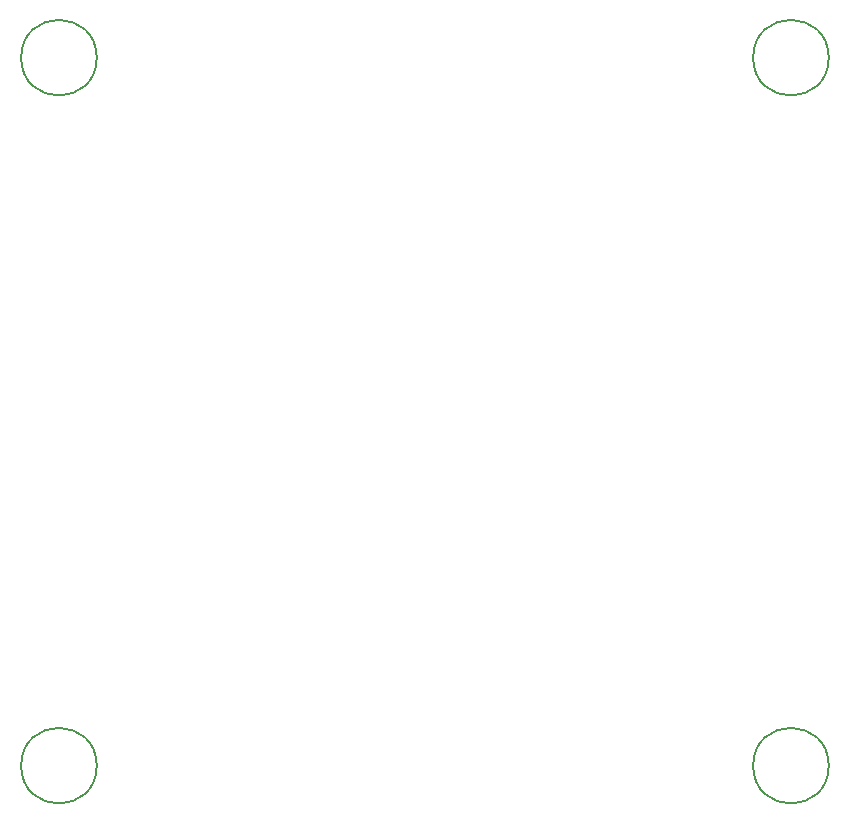
<source format=gbr>
%TF.GenerationSoftware,KiCad,Pcbnew,(7.0.0)*%
%TF.CreationDate,2023-03-02T23:12:08+13:00*%
%TF.ProjectId,pico_expansion_board,7069636f-5f65-4787-9061-6e73696f6e5f,rev?*%
%TF.SameCoordinates,Original*%
%TF.FileFunction,Other,Comment*%
%FSLAX46Y46*%
G04 Gerber Fmt 4.6, Leading zero omitted, Abs format (unit mm)*
G04 Created by KiCad (PCBNEW (7.0.0)) date 2023-03-02 23:12:08*
%MOMM*%
%LPD*%
G01*
G04 APERTURE LIST*
%ADD10C,0.150000*%
G04 APERTURE END LIST*
D10*
%TO.C,H2*%
X58712000Y-123190000D02*
G75*
G03*
X58712000Y-123190000I-3200000J0D01*
G01*
%TO.C,H4*%
X120688000Y-63246000D02*
G75*
G03*
X120688000Y-63246000I-3200000J0D01*
G01*
%TO.C,H1*%
X58712000Y-63246000D02*
G75*
G03*
X58712000Y-63246000I-3200000J0D01*
G01*
%TO.C,H3*%
X120688000Y-123190000D02*
G75*
G03*
X120688000Y-123190000I-3200000J0D01*
G01*
%TD*%
M02*

</source>
